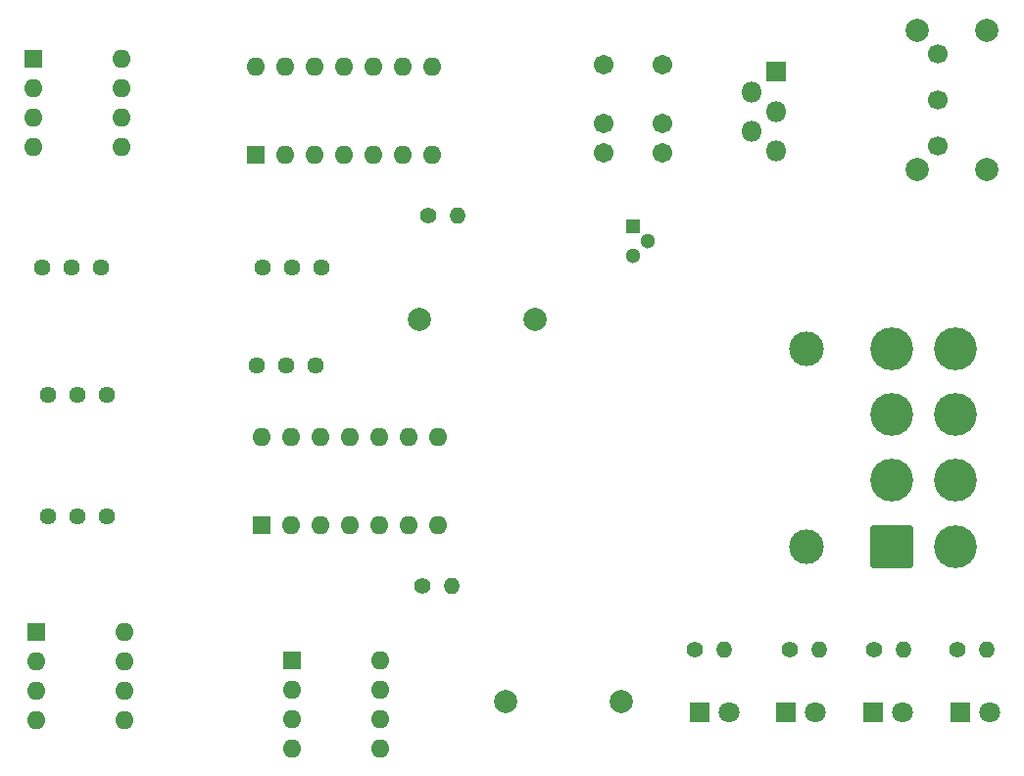
<source format=gbr>
%TF.GenerationSoftware,KiCad,Pcbnew,9.0.4*%
%TF.CreationDate,2025-09-28T20:49:05+05:30*%
%TF.ProjectId,BSPD_v2,42535044-5f76-4322-9e6b-696361645f70,rev?*%
%TF.SameCoordinates,Original*%
%TF.FileFunction,Soldermask,Bot*%
%TF.FilePolarity,Negative*%
%FSLAX46Y46*%
G04 Gerber Fmt 4.6, Leading zero omitted, Abs format (unit mm)*
G04 Created by KiCad (PCBNEW 9.0.4) date 2025-09-28 20:49:05*
%MOMM*%
%LPD*%
G01*
G04 APERTURE LIST*
G04 Aperture macros list*
%AMRoundRect*
0 Rectangle with rounded corners*
0 $1 Rounding radius*
0 $2 $3 $4 $5 $6 $7 $8 $9 X,Y pos of 4 corners*
0 Add a 4 corners polygon primitive as box body*
4,1,4,$2,$3,$4,$5,$6,$7,$8,$9,$2,$3,0*
0 Add four circle primitives for the rounded corners*
1,1,$1+$1,$2,$3*
1,1,$1+$1,$4,$5*
1,1,$1+$1,$6,$7*
1,1,$1+$1,$8,$9*
0 Add four rect primitives between the rounded corners*
20,1,$1+$1,$2,$3,$4,$5,0*
20,1,$1+$1,$4,$5,$6,$7,0*
20,1,$1+$1,$6,$7,$8,$9,0*
20,1,$1+$1,$8,$9,$2,$3,0*%
G04 Aperture macros list end*
%ADD10R,1.600000X1.600000*%
%ADD11O,1.600000X1.600000*%
%ADD12C,1.400000*%
%ADD13O,1.400000X1.400000*%
%ADD14C,1.712000*%
%ADD15R,1.800000X1.800000*%
%ADD16C,1.800000*%
%ADD17C,3.700000*%
%ADD18RoundRect,0.250002X1.599998X-1.599998X1.599998X1.599998X-1.599998X1.599998X-1.599998X-1.599998X0*%
%ADD19C,3.000000*%
%ADD20O,1.800000X1.800000*%
%ADD21C,1.440000*%
%ADD22C,1.300000*%
%ADD23R,1.300000X1.300000*%
%ADD24C,1.700000*%
%ADD25C,2.000000*%
G04 APERTURE END LIST*
D10*
%TO.C,U3*%
X74380000Y-113500000D03*
D11*
X74380000Y-116040000D03*
X74380000Y-118580000D03*
X74380000Y-121120000D03*
X82000000Y-121120000D03*
X82000000Y-118580000D03*
X82000000Y-116040000D03*
X82000000Y-113500000D03*
%TD*%
D10*
%TO.C,U2*%
X74190000Y-63920000D03*
D11*
X74190000Y-66460000D03*
X74190000Y-69000000D03*
X74190000Y-71540000D03*
X81810000Y-71540000D03*
X81810000Y-69000000D03*
X81810000Y-66460000D03*
X81810000Y-63920000D03*
%TD*%
D12*
%TO.C,R6*%
X153960000Y-114975000D03*
D13*
X156500000Y-114975000D03*
%TD*%
D14*
%TO.C,K2*%
X128540000Y-72100000D03*
X123460000Y-72100000D03*
X123460000Y-69560000D03*
X128540000Y-69560000D03*
X123460000Y-64480000D03*
X128540000Y-64480000D03*
%TD*%
D15*
%TO.C,D4*%
X154225000Y-120450000D03*
D16*
X156765000Y-120450000D03*
%TD*%
D17*
%TO.C,P1*%
X153800000Y-89000000D03*
X153800000Y-94700000D03*
X153800000Y-100400000D03*
X153800000Y-106100000D03*
X148300000Y-89000000D03*
X148300000Y-94700000D03*
X148300000Y-100400000D03*
D18*
X148300000Y-106100000D03*
D19*
X141000000Y-89000000D03*
X141000000Y-106100000D03*
%TD*%
D13*
%TO.C,R3*%
X149320000Y-115000000D03*
D12*
X146780000Y-115000000D03*
%TD*%
%TO.C,R4*%
X139500000Y-115000000D03*
D13*
X142040000Y-115000000D03*
%TD*%
D12*
%TO.C,R5*%
X131280000Y-115000000D03*
D13*
X133820000Y-115000000D03*
%TD*%
D15*
%TO.C,D3*%
X146705000Y-120475000D03*
D16*
X149245000Y-120475000D03*
%TD*%
D15*
%TO.C,D2*%
X139225000Y-120475000D03*
D16*
X141765000Y-120475000D03*
%TD*%
D12*
%TO.C,R1*%
X108280000Y-77500000D03*
D13*
X110820000Y-77500000D03*
%TD*%
D10*
%TO.C,U4*%
X96500000Y-115920000D03*
D11*
X96500000Y-118460000D03*
X96500000Y-121000000D03*
X96500000Y-123540000D03*
X104120000Y-123540000D03*
X104120000Y-121000000D03*
X104120000Y-118460000D03*
X104120000Y-115920000D03*
%TD*%
D20*
%TO.C,U6*%
X138298300Y-71900000D03*
X136238300Y-70200000D03*
X138298300Y-68500000D03*
X136238300Y-66800000D03*
D15*
X138298300Y-65100000D03*
%TD*%
D21*
%TO.C,TRIM3*%
X75420000Y-93000000D03*
X77960000Y-93000000D03*
X80500000Y-93000000D03*
%TD*%
%TO.C,TRIM4*%
X94000000Y-82000000D03*
X96540000Y-82000000D03*
X99080000Y-82000000D03*
%TD*%
%TO.C,TRIM5*%
X93470000Y-90500000D03*
X96010000Y-90500000D03*
X98550000Y-90500000D03*
%TD*%
D10*
%TO.C,U1*%
X93400000Y-72300000D03*
D11*
X108640000Y-64680000D03*
X95940000Y-72300000D03*
X106100000Y-64680000D03*
X98480000Y-72300000D03*
X103560000Y-64680000D03*
X101020000Y-72300000D03*
X101020000Y-64680000D03*
X103560000Y-72300000D03*
X98480000Y-64680000D03*
X106100000Y-72300000D03*
X95940000Y-64680000D03*
X108640000Y-72300000D03*
X93400000Y-64680000D03*
%TD*%
D10*
%TO.C,U5*%
X93900000Y-104300000D03*
D11*
X109140000Y-96680000D03*
X96440000Y-104300000D03*
X106600000Y-96680000D03*
X98980000Y-104300000D03*
X104060000Y-96680000D03*
X101520000Y-104300000D03*
X101520000Y-96680000D03*
X104060000Y-104300000D03*
X98980000Y-96680000D03*
X106600000Y-104300000D03*
X96440000Y-96680000D03*
X109140000Y-104300000D03*
X93900000Y-96680000D03*
%TD*%
D13*
%TO.C,R2*%
X110320000Y-109500000D03*
D12*
X107780000Y-109500000D03*
%TD*%
D21*
%TO.C,TRIM2*%
X75470000Y-103500000D03*
X78010000Y-103500000D03*
X80550000Y-103500000D03*
%TD*%
D22*
%TO.C,T1*%
X126000000Y-81000000D03*
X127270000Y-79740000D03*
D23*
X126000000Y-78460000D03*
%TD*%
D24*
%TO.C,S1*%
X152298300Y-63500000D03*
X152298300Y-67500000D03*
X152298300Y-71500000D03*
D25*
X156548300Y-61500000D03*
X150548300Y-61500000D03*
X156548300Y-73500000D03*
X150548300Y-73500000D03*
%TD*%
D21*
%TO.C,TRIM1*%
X74960000Y-82000000D03*
X77500000Y-82000000D03*
X80040000Y-82000000D03*
%TD*%
D25*
%TO.C,C2*%
X115000000Y-119500000D03*
X125000000Y-119500000D03*
%TD*%
%TO.C,C1*%
X107500000Y-86500000D03*
X117500000Y-86500000D03*
%TD*%
D15*
%TO.C,D1*%
X131745000Y-120475000D03*
D16*
X134285000Y-120475000D03*
%TD*%
M02*

</source>
